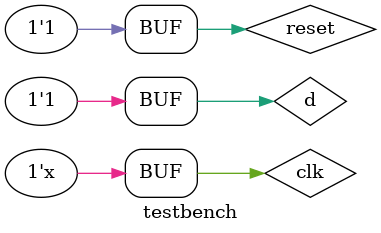
<source format=v>
`timescale 1ns/1ps

module dff(q,d,reset,clk);

	output q;
	input d,reset,clk;
	reg q;

	always @(posedge clk or posedge reset)
	begin
	if(reset==1)
		q=0;
	else
		q=d;
	end
endmodule

module testbench();

reg d;
reg clk;
reg reset;
wire q;
dff uut(q,d,reset,clk);

initial begin

$dumpfile ("async_dff_out.vcd"); 
$dumpvars(0,testbench);
clk=0;
end

always
#10 clk=~clk;

initial begin
reset=1;
d=1;
#100;
reset=0;
d=1;
#100
d=0;
#100
d=1;
reset=1;
end
endmodule

</source>
